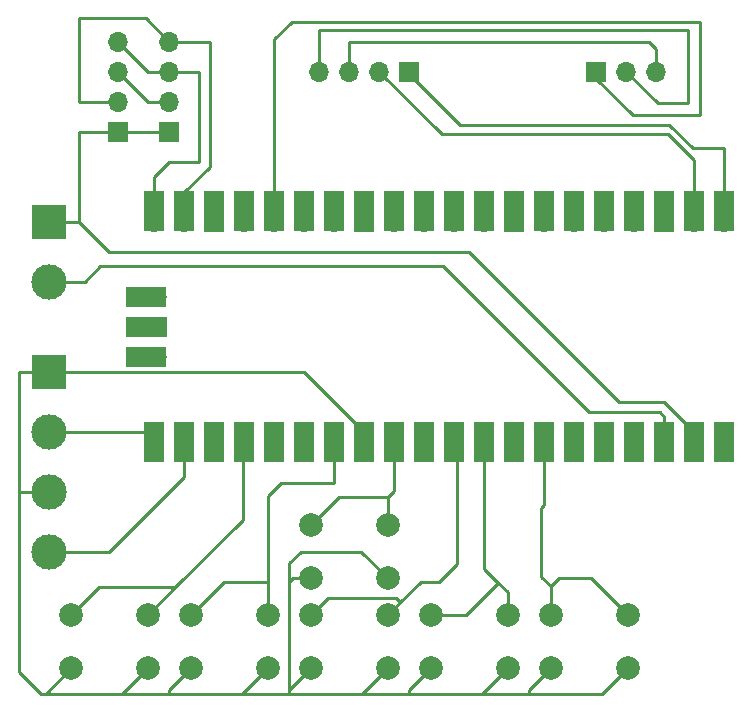
<source format=gtl>
G04 #@! TF.GenerationSoftware,KiCad,Pcbnew,7.0.1-0*
G04 #@! TF.CreationDate,2024-02-02T12:19:18+01:00*
G04 #@! TF.ProjectId,thermostat,74686572-6d6f-4737-9461-742e6b696361,rev?*
G04 #@! TF.SameCoordinates,Original*
G04 #@! TF.FileFunction,Copper,L1,Top*
G04 #@! TF.FilePolarity,Positive*
%FSLAX46Y46*%
G04 Gerber Fmt 4.6, Leading zero omitted, Abs format (unit mm)*
G04 Created by KiCad (PCBNEW 7.0.1-0) date 2024-02-02 12:19:18*
%MOMM*%
%LPD*%
G01*
G04 APERTURE LIST*
G04 #@! TA.AperFunction,ComponentPad*
%ADD10C,2.000000*%
G04 #@! TD*
G04 #@! TA.AperFunction,ComponentPad*
%ADD11R,1.700000X1.700000*%
G04 #@! TD*
G04 #@! TA.AperFunction,ComponentPad*
%ADD12O,1.700000X1.700000*%
G04 #@! TD*
G04 #@! TA.AperFunction,ComponentPad*
%ADD13R,3.000000X3.000000*%
G04 #@! TD*
G04 #@! TA.AperFunction,ComponentPad*
%ADD14C,3.000000*%
G04 #@! TD*
G04 #@! TA.AperFunction,SMDPad,CuDef*
%ADD15R,1.700000X3.500000*%
G04 #@! TD*
G04 #@! TA.AperFunction,SMDPad,CuDef*
%ADD16R,3.500000X1.700000*%
G04 #@! TD*
G04 #@! TA.AperFunction,Conductor*
%ADD17C,0.250000*%
G04 #@! TD*
G04 APERTURE END LIST*
D10*
X111050000Y-104430000D03*
X117550000Y-104430000D03*
X111050000Y-108930000D03*
X117550000Y-108930000D03*
D11*
X94680000Y-63500000D03*
D12*
X94680000Y-60960000D03*
X94680000Y-58420000D03*
X94680000Y-55880000D03*
D13*
X88900000Y-71120000D03*
D14*
X88900000Y-76200000D03*
D11*
X99060000Y-63500000D03*
D12*
X99060000Y-60960000D03*
X99060000Y-58420000D03*
X99060000Y-55880000D03*
D10*
X121210000Y-104430000D03*
X127710000Y-104430000D03*
X121210000Y-108930000D03*
X127710000Y-108930000D03*
X131370000Y-104430000D03*
X137870000Y-104430000D03*
X131370000Y-108930000D03*
X137870000Y-108930000D03*
D11*
X119370000Y-58420000D03*
D12*
X116830000Y-58420000D03*
X114290000Y-58420000D03*
X111750000Y-58420000D03*
D10*
X90730000Y-104430000D03*
X97230000Y-104430000D03*
X90730000Y-108930000D03*
X97230000Y-108930000D03*
X100890000Y-104430000D03*
X107390000Y-104430000D03*
X100890000Y-108930000D03*
X107390000Y-108930000D03*
X111050000Y-96810000D03*
X117550000Y-96810000D03*
X111050000Y-101310000D03*
X117550000Y-101310000D03*
D13*
X88900000Y-83820000D03*
D14*
X88900000Y-88900000D03*
X88900000Y-93980000D03*
X88900000Y-99060000D03*
D12*
X146050000Y-71120000D03*
D15*
X146050000Y-70220000D03*
D12*
X143510000Y-71120000D03*
D15*
X143510000Y-70220000D03*
D11*
X140970000Y-71120000D03*
D15*
X140970000Y-70220000D03*
D12*
X138430000Y-71120000D03*
D15*
X138430000Y-70220000D03*
D12*
X135890000Y-71120000D03*
D15*
X135890000Y-70220000D03*
D12*
X133350000Y-71120000D03*
D15*
X133350000Y-70220000D03*
D12*
X130810000Y-71120000D03*
D15*
X130810000Y-70220000D03*
D11*
X128270000Y-71120000D03*
D15*
X128270000Y-70220000D03*
D12*
X125730000Y-71120000D03*
D15*
X125730000Y-70220000D03*
D12*
X123190000Y-71120000D03*
D15*
X123190000Y-70220000D03*
D12*
X120650000Y-71120000D03*
D15*
X120650000Y-70220000D03*
D12*
X118110000Y-71120000D03*
D15*
X118110000Y-70220000D03*
D11*
X115570000Y-71120000D03*
D15*
X115570000Y-70220000D03*
D12*
X113030000Y-71120000D03*
D15*
X113030000Y-70220000D03*
D12*
X110490000Y-71120000D03*
D15*
X110490000Y-70220000D03*
D12*
X107950000Y-71120000D03*
D15*
X107950000Y-70220000D03*
D12*
X105410000Y-71120000D03*
D15*
X105410000Y-70220000D03*
D11*
X102870000Y-71120000D03*
D15*
X102870000Y-70220000D03*
D12*
X100330000Y-71120000D03*
D15*
X100330000Y-70220000D03*
D12*
X97790000Y-71120000D03*
D15*
X97790000Y-70220000D03*
D12*
X97790000Y-88900000D03*
D15*
X97790000Y-89800000D03*
D12*
X100330000Y-88900000D03*
D15*
X100330000Y-89800000D03*
D11*
X102870000Y-88900000D03*
D15*
X102870000Y-89800000D03*
D12*
X105410000Y-88900000D03*
D15*
X105410000Y-89800000D03*
D12*
X107950000Y-88900000D03*
D15*
X107950000Y-89800000D03*
D12*
X110490000Y-88900000D03*
D15*
X110490000Y-89800000D03*
D12*
X113030000Y-88900000D03*
D15*
X113030000Y-89800000D03*
D11*
X115570000Y-88900000D03*
D15*
X115570000Y-89800000D03*
D12*
X118110000Y-88900000D03*
D15*
X118110000Y-89800000D03*
D12*
X120650000Y-88900000D03*
D15*
X120650000Y-89800000D03*
D12*
X123190000Y-88900000D03*
D15*
X123190000Y-89800000D03*
D12*
X125730000Y-88900000D03*
D15*
X125730000Y-89800000D03*
D11*
X128270000Y-88900000D03*
D15*
X128270000Y-89800000D03*
D12*
X130810000Y-88900000D03*
D15*
X130810000Y-89800000D03*
D12*
X133350000Y-88900000D03*
D15*
X133350000Y-89800000D03*
D12*
X135890000Y-88900000D03*
D15*
X135890000Y-89800000D03*
D12*
X138430000Y-88900000D03*
D15*
X138430000Y-89800000D03*
D11*
X140970000Y-88900000D03*
D15*
X140970000Y-89800000D03*
D12*
X143510000Y-88900000D03*
D15*
X143510000Y-89800000D03*
D12*
X146050000Y-88900000D03*
D15*
X146050000Y-89800000D03*
D12*
X98020000Y-77470000D03*
D16*
X97120000Y-77470000D03*
D11*
X98020000Y-80010000D03*
D16*
X97120000Y-80010000D03*
D12*
X98020000Y-82550000D03*
D16*
X97120000Y-82550000D03*
D11*
X135215000Y-58420000D03*
D12*
X137755000Y-58420000D03*
X140295000Y-58420000D03*
D17*
X122256974Y-74854055D02*
X134626173Y-87223254D01*
X97230000Y-104430000D02*
X99560000Y-102100000D01*
X146050000Y-64961364D02*
X146010661Y-64922025D01*
X143008671Y-54875714D02*
X143008671Y-61032939D01*
X143008671Y-61032939D02*
X142986062Y-61055548D01*
X126915107Y-101684893D02*
X124170000Y-104430000D01*
X141385583Y-62956892D02*
X123684707Y-62956892D01*
X109510000Y-101310000D02*
X111050000Y-101310000D01*
X138297250Y-62097250D02*
X143961695Y-62097250D01*
X114290000Y-55890000D02*
X114290000Y-58420000D01*
X139700000Y-55880000D02*
X114300000Y-55880000D01*
X146050000Y-71120000D02*
X146050000Y-64961364D01*
X105264069Y-96395931D02*
X105264069Y-89045931D01*
X88222460Y-111082460D02*
X93980000Y-111082460D01*
X131370000Y-102004737D02*
X131370000Y-104430000D01*
X130557498Y-95402558D02*
X130810000Y-95150056D01*
X99060000Y-66040000D02*
X97790000Y-67310000D01*
X99060000Y-55880000D02*
X102485410Y-55880000D01*
X91440000Y-60960000D02*
X91440000Y-53886702D01*
X97066702Y-53886702D02*
X99060000Y-55880000D01*
X140390548Y-61055548D02*
X137755000Y-58420000D01*
X137160000Y-86360000D02*
X140970000Y-86360000D01*
X134772302Y-101332302D02*
X137870000Y-104430000D01*
X115300000Y-99060000D02*
X117550000Y-101310000D01*
X125730000Y-100499786D02*
X125730000Y-88900000D01*
X114300000Y-111082460D02*
X115397540Y-111082460D01*
X109220000Y-111082460D02*
X109220000Y-110760000D01*
X127710000Y-102479786D02*
X126915107Y-101684893D01*
X118110000Y-93917667D02*
X118110000Y-88900000D01*
X123419496Y-89129496D02*
X123190000Y-88900000D01*
X124170000Y-104430000D02*
X121210000Y-104430000D01*
X118610000Y-103370000D02*
X117550000Y-104430000D01*
X143350716Y-64922025D02*
X141385583Y-62956892D01*
X119380000Y-111082460D02*
X119380000Y-110760000D01*
X140555467Y-87223254D02*
X140970000Y-87637787D01*
X100330000Y-92710000D02*
X100330000Y-88900000D01*
X132042435Y-101332302D02*
X134772302Y-101332302D01*
X146010661Y-64922025D02*
X143350716Y-64922025D01*
X115397540Y-111082460D02*
X117550000Y-108930000D01*
X111750000Y-58420000D02*
X111750000Y-54875714D01*
X93980000Y-99060000D02*
X100330000Y-92710000D01*
X86360000Y-93980000D02*
X86360000Y-109220000D01*
X104140000Y-111082460D02*
X105237540Y-111082460D01*
X88900000Y-83820000D02*
X86360000Y-83820000D01*
X99060000Y-58420000D02*
X101600000Y-58420000D01*
X88900000Y-71120000D02*
X91440000Y-71120000D01*
X119380000Y-110760000D02*
X121210000Y-108930000D01*
X109220000Y-110760000D02*
X111050000Y-108930000D01*
X93060000Y-102100000D02*
X90730000Y-104430000D01*
X123684707Y-62956892D02*
X119370000Y-58642185D01*
X121920000Y-101600000D02*
X123419496Y-100100504D01*
X126915107Y-101684893D02*
X125730000Y-100499786D01*
X141284566Y-63712510D02*
X122122510Y-63712510D01*
X88577540Y-111082460D02*
X90730000Y-108930000D01*
X143961695Y-62097250D02*
X143961695Y-54188511D01*
X140970000Y-87637787D02*
X140970000Y-88900000D01*
X119370000Y-58642185D02*
X119370000Y-58420000D01*
X135215000Y-59015000D02*
X138297250Y-62097250D01*
X95077540Y-111082460D02*
X97230000Y-108930000D01*
X93980000Y-111082460D02*
X99060000Y-111082460D01*
X102485410Y-66493458D02*
X100330000Y-68648868D01*
X91440000Y-53886702D02*
X97066702Y-53886702D01*
X124460000Y-73660000D02*
X137160000Y-86360000D01*
X109220000Y-100053249D02*
X110213249Y-99060000D01*
X110490000Y-83820000D02*
X115570000Y-88900000D01*
X142986062Y-61055548D02*
X140390548Y-61055548D01*
X91440000Y-71120000D02*
X93980000Y-73660000D01*
X130557498Y-101192235D02*
X130557498Y-95402558D01*
X143510000Y-71120000D02*
X143510000Y-65937944D01*
X103720000Y-101600000D02*
X100890000Y-104430000D01*
X109220000Y-111082460D02*
X114300000Y-111082460D01*
X135215000Y-58420000D02*
X135215000Y-59015000D01*
X119380000Y-111082460D02*
X124460000Y-111082460D01*
X135717540Y-111082460D02*
X137870000Y-108930000D01*
X99560000Y-102100000D02*
X105264069Y-96395931D01*
X127710000Y-104430000D02*
X127710000Y-102479786D01*
X112985670Y-93250796D02*
X108470496Y-93250796D01*
X86360000Y-109220000D02*
X88222460Y-111082460D01*
X118240954Y-103000954D02*
X112479046Y-103000954D01*
X97790000Y-67310000D02*
X97790000Y-71120000D01*
X91440000Y-63500000D02*
X94680000Y-63500000D01*
X109220000Y-101600000D02*
X109510000Y-101310000D01*
X91876279Y-76200000D02*
X93222224Y-74854055D01*
X121920000Y-101600000D02*
X120380000Y-101600000D01*
X91440000Y-63500000D02*
X91440000Y-71120000D01*
X100330000Y-68648868D02*
X100330000Y-71120000D01*
X94680000Y-55880000D02*
X97220000Y-58420000D01*
X124460000Y-111082460D02*
X129540000Y-111082460D01*
X143510000Y-65937944D02*
X141284566Y-63712510D01*
X123419496Y-100100504D02*
X123419496Y-89129496D01*
X117550000Y-94477667D02*
X113382333Y-94477667D01*
X122122510Y-63712510D02*
X116830000Y-58420000D01*
X97220000Y-60960000D02*
X99060000Y-60960000D01*
X86360000Y-83820000D02*
X86360000Y-93980000D01*
X108470496Y-93250796D02*
X107390000Y-94331292D01*
X118610000Y-103370000D02*
X118240954Y-103000954D01*
X134626173Y-87223254D02*
X140555467Y-87223254D01*
X99560000Y-102100000D02*
X93060000Y-102100000D01*
X94680000Y-60960000D02*
X91440000Y-60960000D01*
X112985670Y-88944330D02*
X113030000Y-88900000D01*
X107390000Y-101600000D02*
X103720000Y-101600000D01*
X129540000Y-111082460D02*
X135717540Y-111082460D01*
X88900000Y-88900000D02*
X97790000Y-88900000D01*
X104140000Y-111082460D02*
X109220000Y-111082460D01*
X111750000Y-54875714D02*
X143008671Y-54875714D01*
X105264069Y-89045931D02*
X105410000Y-88900000D01*
X88900000Y-76200000D02*
X91876279Y-76200000D01*
X93980000Y-73660000D02*
X124460000Y-73660000D01*
X130810000Y-95150056D02*
X130810000Y-88900000D01*
X88900000Y-83820000D02*
X110490000Y-83820000D01*
X102485410Y-55880000D02*
X102485410Y-66493458D01*
X129540000Y-110760000D02*
X131370000Y-108930000D01*
X107390000Y-94331292D02*
X107390000Y-101600000D01*
X94680000Y-63500000D02*
X99060000Y-63500000D01*
X143961695Y-54188511D02*
X109428878Y-54188511D01*
X131370000Y-102004737D02*
X132042435Y-101332302D01*
X130557498Y-101192235D02*
X131370000Y-102004737D01*
X114300000Y-55880000D02*
X114290000Y-55890000D01*
X105237540Y-111082460D02*
X107390000Y-108930000D01*
X113382333Y-94477667D02*
X111050000Y-96810000D01*
X120380000Y-101600000D02*
X118610000Y-103370000D01*
X114300000Y-111082460D02*
X119380000Y-111082460D01*
X109220000Y-110760000D02*
X109220000Y-101600000D01*
X107950000Y-55667389D02*
X107950000Y-71120000D01*
X140295000Y-58420000D02*
X140295000Y-56475000D01*
X86360000Y-93980000D02*
X88900000Y-93980000D01*
X101600000Y-58420000D02*
X101600000Y-66040000D01*
X112479046Y-103000954D02*
X111050000Y-104430000D01*
X140295000Y-56475000D02*
X139700000Y-55880000D01*
X125557540Y-111082460D02*
X127710000Y-108930000D01*
X93222224Y-74854055D02*
X122256974Y-74854055D01*
X93980000Y-111082460D02*
X95077540Y-111082460D01*
X99060000Y-111082460D02*
X99060000Y-110760000D01*
X109428878Y-54188511D02*
X107950000Y-55667389D01*
X99060000Y-111082460D02*
X104140000Y-111082460D01*
X124460000Y-111082460D02*
X125557540Y-111082460D01*
X110213249Y-99060000D02*
X115300000Y-99060000D01*
X112985670Y-93250796D02*
X112985670Y-88944330D01*
X99060000Y-110760000D02*
X100890000Y-108930000D01*
X117550000Y-96810000D02*
X117550000Y-94477667D01*
X94680000Y-58420000D02*
X97220000Y-60960000D01*
X140970000Y-86360000D02*
X143510000Y-88900000D01*
X117550000Y-94477667D02*
X118110000Y-93917667D01*
X109220000Y-101600000D02*
X109220000Y-100053249D01*
X97220000Y-58420000D02*
X99060000Y-58420000D01*
X88222460Y-111082460D02*
X88577540Y-111082460D01*
X129540000Y-111082460D02*
X129540000Y-110760000D01*
X88900000Y-99060000D02*
X93980000Y-99060000D01*
X107390000Y-101600000D02*
X107390000Y-104430000D01*
X101600000Y-66040000D02*
X99060000Y-66040000D01*
M02*

</source>
